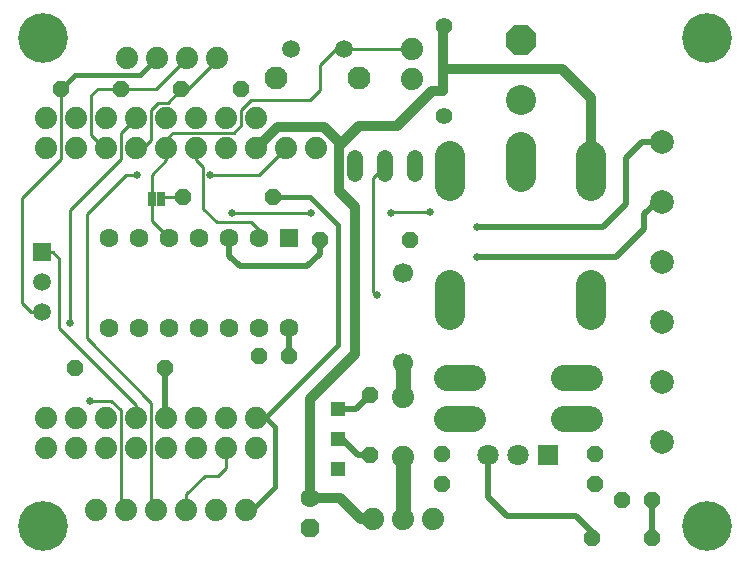
<source format=gbr>
G04 EAGLE Gerber RS-274X export*
G75*
%MOMM*%
%FSLAX34Y34*%
%LPD*%
%INTop Copper*%
%IPPOS*%
%AMOC8*
5,1,8,0,0,1.08239X$1,22.5*%
G01*
%ADD10C,1.879600*%
%ADD11C,1.600000*%
%ADD12R,1.600000X1.600000*%
%ADD13P,1.429621X8X202.500000*%
%ADD14P,1.429621X8X22.500000*%
%ADD15C,2.540000*%
%ADD16P,2.749271X8X112.500000*%
%ADD17C,2.000000*%
%ADD18R,0.635000X1.270000*%
%ADD19P,1.429621X8X292.500000*%
%ADD20R,1.800000X1.800000*%
%ADD21C,1.800000*%
%ADD22C,1.700000*%
%ADD23P,1.732040X8X292.500000*%
%ADD24C,1.600200*%
%ADD25C,1.320800*%
%ADD26C,1.408000*%
%ADD27C,2.540000*%
%ADD28R,1.270000X1.270000*%
%ADD29P,1.429621X8X112.500000*%
%ADD30C,2.184400*%
%ADD31C,4.200000*%
%ADD32R,1.518000X1.518000*%
%ADD33C,1.518000*%
%ADD34C,1.498600*%
%ADD35C,1.943100*%
%ADD36C,0.254000*%
%ADD37C,0.654800*%
%ADD38C,0.508000*%
%ADD39C,0.406400*%
%ADD40C,0.904800*%
%ADD41C,0.812800*%
%ADD42C,1.270000*%


D10*
X27940Y116370D03*
X53340Y116370D03*
X78740Y116370D03*
X104140Y116370D03*
X129540Y116370D03*
X154940Y116370D03*
X180340Y116370D03*
X205740Y116370D03*
D11*
X157320Y192570D03*
X182720Y192570D03*
X208120Y192570D03*
X233520Y192570D03*
D12*
X233520Y268770D03*
D11*
X208120Y268770D03*
X182720Y268770D03*
X157320Y268770D03*
X131920Y268770D03*
X106520Y268770D03*
X81120Y268770D03*
X81120Y192570D03*
X106520Y192570D03*
X131920Y192570D03*
D13*
X233300Y168800D03*
X207900Y168800D03*
D14*
X144060Y303740D03*
X220260Y303740D03*
D15*
X430170Y385850D03*
D16*
X430170Y436650D03*
D17*
X549310Y197549D03*
X549310Y248349D03*
X549310Y299149D03*
X549310Y349949D03*
D18*
X117376Y301940D03*
X125504Y301940D03*
D17*
X549210Y95979D03*
X549210Y146779D03*
D19*
X363010Y85470D03*
X363010Y60070D03*
D13*
X541090Y14420D03*
X490290Y14420D03*
X540740Y46700D03*
X515340Y46700D03*
D20*
X453000Y85290D03*
D21*
X427600Y85290D03*
X402200Y85290D03*
D19*
X492330Y85540D03*
X492330Y60140D03*
D10*
X330140Y134410D03*
X330140Y83610D03*
X304450Y30900D03*
X329850Y30900D03*
X355250Y30900D03*
D22*
X330460Y163210D03*
X330460Y239410D03*
D23*
X251000Y23000D03*
D24*
X251000Y48400D03*
D14*
X52600Y158700D03*
X128800Y158700D03*
D25*
X289700Y323096D02*
X289700Y336304D01*
X340500Y336304D02*
X340500Y323096D01*
X315100Y323096D02*
X315100Y336304D01*
D26*
X364730Y372330D03*
X364730Y448530D03*
D10*
X337700Y403300D03*
X337700Y428700D03*
X172700Y420900D03*
X147300Y420900D03*
X121900Y420900D03*
X96500Y420900D03*
D13*
X91700Y394700D03*
X40900Y394700D03*
D14*
X142500Y394400D03*
X193300Y394400D03*
D27*
X489500Y338100D02*
X489500Y312700D01*
X369500Y312700D02*
X369500Y338100D01*
X369500Y228800D02*
X369500Y203400D01*
X430300Y320000D02*
X430300Y345400D01*
X489500Y228800D02*
X489500Y203400D01*
D28*
X275200Y72700D03*
X275200Y98100D03*
X275200Y123500D03*
D29*
X302300Y84900D03*
X302300Y135700D03*
D30*
X466478Y149700D02*
X488322Y149700D01*
X389322Y149700D02*
X367478Y149700D01*
X466478Y115700D02*
X488322Y115700D01*
X389322Y115700D02*
X367478Y115700D01*
D31*
X25000Y25000D03*
X25000Y437700D03*
X587700Y437700D03*
X587700Y25000D03*
D14*
X259800Y266800D03*
X336000Y266800D03*
D32*
X24700Y256600D03*
D33*
X24700Y231200D03*
X24700Y205800D03*
D10*
X27940Y90900D03*
X53340Y90900D03*
X78740Y90900D03*
X104140Y90900D03*
X129540Y90900D03*
X154940Y90900D03*
X180340Y90900D03*
X205740Y90900D03*
X27940Y370300D03*
X53340Y370300D03*
X78740Y370300D03*
X104140Y370300D03*
X129540Y370300D03*
X154940Y370300D03*
X180340Y370300D03*
X205740Y370300D03*
X28000Y344700D03*
X53400Y344700D03*
X78800Y344700D03*
X104200Y344700D03*
X129600Y344700D03*
X155000Y344700D03*
X180400Y344700D03*
X205800Y344700D03*
X231200Y344700D03*
X256600Y344700D03*
X70400Y38100D03*
X95800Y38100D03*
X121200Y38100D03*
X146600Y38100D03*
X172000Y38100D03*
X197400Y38100D03*
D34*
X280300Y428900D03*
X235342Y428900D03*
D35*
X292746Y404008D03*
X222642Y404008D03*
D36*
X91700Y394700D02*
X71500Y394700D01*
X66300Y389500D01*
X66300Y355600D01*
X91700Y394700D02*
X121100Y394700D01*
X147300Y420900D01*
X78800Y344700D02*
X77200Y344700D01*
X66300Y355600D01*
X116900Y351800D02*
X116900Y377200D01*
X123000Y383300D01*
X172700Y419100D02*
X172700Y420900D01*
X109800Y344700D02*
X104200Y344700D01*
X109800Y344700D02*
X116900Y351800D01*
X142500Y394400D02*
X148000Y394400D01*
X172700Y419100D01*
X142500Y394400D02*
X131400Y383300D01*
X123000Y383300D01*
X33500Y256600D02*
X24700Y256600D01*
X104140Y127560D02*
X104140Y116370D01*
X39200Y250900D02*
X33500Y256600D01*
X39200Y250900D02*
X39200Y192500D01*
X104140Y127560D01*
D37*
X308100Y220000D03*
D38*
X129540Y116370D02*
X128800Y117110D01*
X128800Y158700D01*
D36*
X304800Y223300D02*
X308100Y220000D01*
X304800Y319400D02*
X315100Y329700D01*
X304800Y319400D02*
X304800Y223300D01*
D38*
X278500Y98100D02*
X275200Y98100D01*
X291700Y84900D02*
X302300Y84900D01*
X291700Y84900D02*
X278500Y98100D01*
D36*
X146000Y357600D02*
X146100Y357700D01*
X146000Y357600D02*
X135070Y357600D01*
X131920Y268770D02*
X131746Y268770D01*
X117376Y283140D02*
X117376Y301940D01*
X117376Y283140D02*
X131746Y268770D01*
X117376Y301940D02*
X117376Y322206D01*
X186734Y357700D02*
X193142Y364108D01*
X193142Y376808D01*
X201642Y385308D01*
X186734Y357700D02*
X146100Y357700D01*
X129600Y344700D02*
X129600Y334430D01*
X117376Y322206D01*
X129600Y352130D02*
X135070Y357600D01*
X129600Y352130D02*
X129600Y344700D01*
X201642Y385308D02*
X251392Y385308D01*
X251400Y385300D01*
X259800Y393700D02*
X259800Y415400D01*
X273300Y428900D01*
X280300Y428900D01*
X259800Y393700D02*
X251400Y385300D01*
X280300Y428900D02*
X337500Y428900D01*
X337700Y428700D01*
X208120Y275270D02*
X208120Y268770D01*
X208120Y275270D02*
X201520Y281870D01*
X172530Y281870D01*
X161000Y293400D01*
X155000Y334900D02*
X155000Y344700D01*
X155000Y334900D02*
X161000Y328900D01*
X161000Y293400D01*
D38*
X205740Y116370D02*
X213240Y116370D01*
D39*
X275200Y178330D01*
X275200Y280000D01*
D38*
X275200Y123500D02*
X290100Y123500D01*
X302300Y135700D01*
D39*
X40900Y394900D02*
X52600Y406600D01*
D38*
X40900Y394900D02*
X40900Y394700D01*
D39*
X52600Y406600D02*
X107600Y406600D01*
X121900Y420900D01*
X205740Y116370D02*
X214230Y116370D01*
X221900Y108700D01*
X221900Y57500D01*
D36*
X40900Y335700D02*
X40900Y394700D01*
X24700Y205800D02*
X15400Y205800D01*
X7800Y302600D02*
X40900Y335700D01*
X7800Y302600D02*
X7800Y213400D01*
X15400Y205800D01*
D39*
X202500Y38100D02*
X221900Y57500D01*
X202500Y38100D02*
X197400Y38100D01*
X220260Y303740D02*
X251460Y303740D01*
X275200Y280000D01*
D37*
X393000Y278300D03*
D38*
X518800Y297200D02*
X518800Y336100D01*
X518800Y297200D02*
X499600Y278000D01*
X532649Y349949D02*
X549310Y349949D01*
X532649Y349949D02*
X518800Y336100D01*
X499600Y278000D02*
X393299Y278001D01*
X393000Y278300D01*
D37*
X185600Y289800D03*
X251900Y289800D03*
X353000Y290400D03*
X319600Y289800D03*
D36*
X251900Y289800D02*
X185600Y289800D01*
X319600Y289800D02*
X320200Y290400D01*
X353000Y290400D01*
D37*
X392700Y252700D03*
D38*
X534200Y276100D02*
X534200Y288600D01*
X544749Y299149D02*
X549310Y299149D01*
X544749Y299149D02*
X534200Y288600D01*
X534200Y276100D02*
X510800Y252700D01*
X392700Y252700D01*
D40*
X289500Y192400D03*
D41*
X289500Y170800D02*
X251000Y132300D01*
X251000Y48400D01*
X363630Y447430D02*
X364730Y448530D01*
X363630Y447430D02*
X363630Y412000D01*
X363630Y392900D01*
D38*
X402200Y85290D02*
X402200Y49200D01*
X417800Y33600D01*
X476290Y33600D01*
X490290Y19600D02*
X490290Y14420D01*
X490290Y19600D02*
X476290Y33600D01*
D41*
X363630Y392900D02*
X355000Y392900D01*
X275600Y346100D02*
X275600Y308317D01*
X325300Y363200D02*
X355000Y392900D01*
X325300Y363200D02*
X292700Y363200D01*
X278000Y348500D01*
X275600Y346100D01*
X275600Y308317D02*
X289400Y294517D01*
X289400Y218000D01*
D38*
X233300Y192350D02*
X233300Y168800D01*
X233300Y192350D02*
X233520Y192570D01*
D41*
X289500Y192400D02*
X289500Y170800D01*
X276700Y48400D02*
X294200Y30900D01*
X276700Y48400D02*
X251000Y48400D01*
X294200Y30900D02*
X304450Y30900D01*
X489400Y386900D02*
X464300Y412000D01*
X363630Y412000D01*
X489400Y325500D02*
X489500Y325400D01*
X489400Y325500D02*
X489400Y386900D01*
X224100Y363000D02*
X205800Y344700D01*
X263500Y363000D02*
X278000Y348500D01*
X263500Y363000D02*
X224100Y363000D01*
X289500Y217900D02*
X289500Y192400D01*
X289500Y217900D02*
X289400Y218000D01*
D36*
X144060Y303740D02*
X127304Y303740D01*
X125504Y301940D01*
D38*
X541090Y46350D02*
X541090Y14420D01*
X541090Y46350D02*
X540740Y46700D01*
D42*
X330140Y31190D02*
X329850Y30900D01*
X330140Y31190D02*
X330140Y83610D01*
X330140Y134410D02*
X330140Y162890D01*
X330460Y163210D01*
D38*
X182720Y253680D02*
X182720Y268770D01*
X182720Y253680D02*
X191800Y244600D01*
X249200Y244600D01*
X259800Y255200D02*
X259800Y266800D01*
X259800Y255200D02*
X249200Y244600D01*
D36*
X146600Y51500D02*
X146600Y38100D01*
X180340Y74200D02*
X180340Y90900D01*
X180340Y74200D02*
X173540Y67400D01*
X162500Y67400D01*
X146600Y51500D01*
X208400Y321900D02*
X231200Y344700D01*
X208400Y321900D02*
X166000Y321900D01*
X166300Y322200D01*
X167068Y322200D01*
D37*
X167068Y322200D03*
X104800Y322400D03*
D36*
X95300Y322400D01*
X62200Y289300D01*
X62200Y183800D01*
X117000Y42300D02*
X121200Y38100D01*
X117000Y42300D02*
X117000Y129000D01*
X62200Y183800D01*
X91600Y357760D02*
X104140Y370300D01*
X91600Y335400D02*
X48300Y292100D01*
X48300Y197000D01*
X48150Y196850D01*
D37*
X48150Y196850D03*
X65350Y130950D03*
D36*
X83150Y130950D01*
X91400Y122700D01*
X91400Y42500D02*
X95800Y38100D01*
X91400Y42500D02*
X91400Y122700D01*
X91600Y335400D02*
X91600Y357760D01*
M02*

</source>
